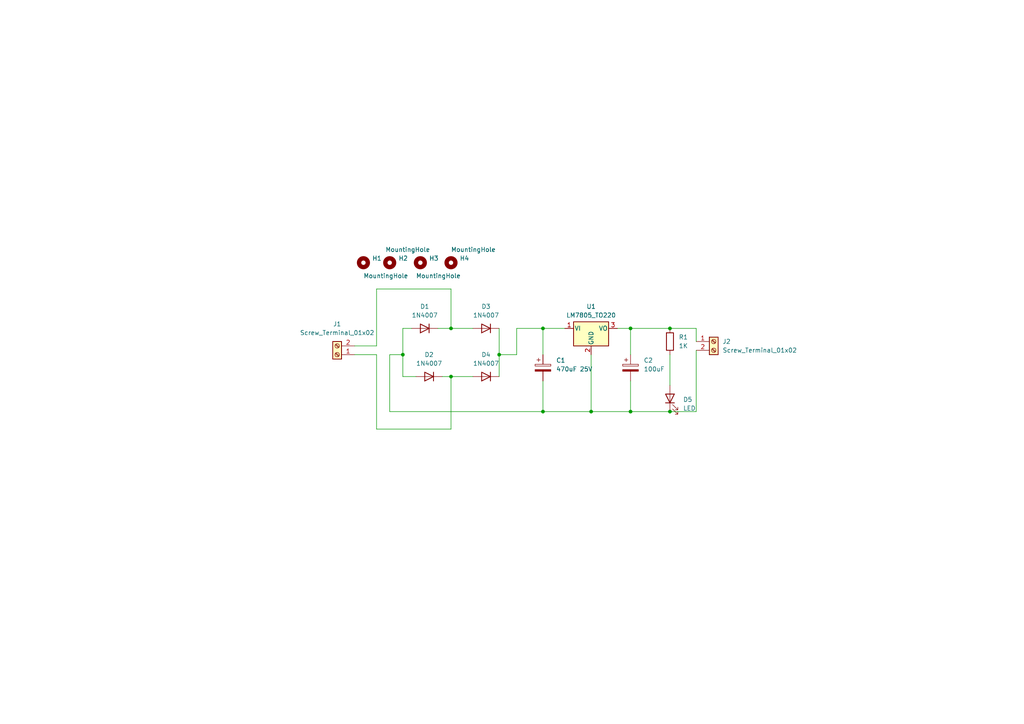
<source format=kicad_sch>
(kicad_sch (version 20230121) (generator eeschema)

  (uuid 98c64817-03f7-4cb1-b9f4-05acfa66ee7e)

  (paper "A4")

  (title_block
    (title "Power supply Module")
    (company "By Karthik Thejendra")
  )

  (lib_symbols
    (symbol "Connector:Screw_Terminal_01x02" (pin_names (offset 1.016) hide) (in_bom yes) (on_board yes)
      (property "Reference" "J" (at 0 2.54 0)
        (effects (font (size 1.27 1.27)))
      )
      (property "Value" "Screw_Terminal_01x02" (at 0 -5.08 0)
        (effects (font (size 1.27 1.27)))
      )
      (property "Footprint" "" (at 0 0 0)
        (effects (font (size 1.27 1.27)) hide)
      )
      (property "Datasheet" "~" (at 0 0 0)
        (effects (font (size 1.27 1.27)) hide)
      )
      (property "ki_keywords" "screw terminal" (at 0 0 0)
        (effects (font (size 1.27 1.27)) hide)
      )
      (property "ki_description" "Generic screw terminal, single row, 01x02, script generated (kicad-library-utils/schlib/autogen/connector/)" (at 0 0 0)
        (effects (font (size 1.27 1.27)) hide)
      )
      (property "ki_fp_filters" "TerminalBlock*:*" (at 0 0 0)
        (effects (font (size 1.27 1.27)) hide)
      )
      (symbol "Screw_Terminal_01x02_1_1"
        (rectangle (start -1.27 1.27) (end 1.27 -3.81)
          (stroke (width 0.254) (type default))
          (fill (type background))
        )
        (circle (center 0 -2.54) (radius 0.635)
          (stroke (width 0.1524) (type default))
          (fill (type none))
        )
        (polyline
          (pts
            (xy -0.5334 -2.2098)
            (xy 0.3302 -3.048)
          )
          (stroke (width 0.1524) (type default))
          (fill (type none))
        )
        (polyline
          (pts
            (xy -0.5334 0.3302)
            (xy 0.3302 -0.508)
          )
          (stroke (width 0.1524) (type default))
          (fill (type none))
        )
        (polyline
          (pts
            (xy -0.3556 -2.032)
            (xy 0.508 -2.8702)
          )
          (stroke (width 0.1524) (type default))
          (fill (type none))
        )
        (polyline
          (pts
            (xy -0.3556 0.508)
            (xy 0.508 -0.3302)
          )
          (stroke (width 0.1524) (type default))
          (fill (type none))
        )
        (circle (center 0 0) (radius 0.635)
          (stroke (width 0.1524) (type default))
          (fill (type none))
        )
        (pin passive line (at -5.08 0 0) (length 3.81)
          (name "Pin_1" (effects (font (size 1.27 1.27))))
          (number "1" (effects (font (size 1.27 1.27))))
        )
        (pin passive line (at -5.08 -2.54 0) (length 3.81)
          (name "Pin_2" (effects (font (size 1.27 1.27))))
          (number "2" (effects (font (size 1.27 1.27))))
        )
      )
    )
    (symbol "Device:C_Polarized" (pin_numbers hide) (pin_names (offset 0.254)) (in_bom yes) (on_board yes)
      (property "Reference" "C" (at 0.635 2.54 0)
        (effects (font (size 1.27 1.27)) (justify left))
      )
      (property "Value" "C_Polarized" (at 0.635 -2.54 0)
        (effects (font (size 1.27 1.27)) (justify left))
      )
      (property "Footprint" "" (at 0.9652 -3.81 0)
        (effects (font (size 1.27 1.27)) hide)
      )
      (property "Datasheet" "~" (at 0 0 0)
        (effects (font (size 1.27 1.27)) hide)
      )
      (property "ki_keywords" "cap capacitor" (at 0 0 0)
        (effects (font (size 1.27 1.27)) hide)
      )
      (property "ki_description" "Polarized capacitor" (at 0 0 0)
        (effects (font (size 1.27 1.27)) hide)
      )
      (property "ki_fp_filters" "CP_*" (at 0 0 0)
        (effects (font (size 1.27 1.27)) hide)
      )
      (symbol "C_Polarized_0_1"
        (rectangle (start -2.286 0.508) (end 2.286 1.016)
          (stroke (width 0) (type default))
          (fill (type none))
        )
        (polyline
          (pts
            (xy -1.778 2.286)
            (xy -0.762 2.286)
          )
          (stroke (width 0) (type default))
          (fill (type none))
        )
        (polyline
          (pts
            (xy -1.27 2.794)
            (xy -1.27 1.778)
          )
          (stroke (width 0) (type default))
          (fill (type none))
        )
        (rectangle (start 2.286 -0.508) (end -2.286 -1.016)
          (stroke (width 0) (type default))
          (fill (type outline))
        )
      )
      (symbol "C_Polarized_1_1"
        (pin passive line (at 0 3.81 270) (length 2.794)
          (name "~" (effects (font (size 1.27 1.27))))
          (number "1" (effects (font (size 1.27 1.27))))
        )
        (pin passive line (at 0 -3.81 90) (length 2.794)
          (name "~" (effects (font (size 1.27 1.27))))
          (number "2" (effects (font (size 1.27 1.27))))
        )
      )
    )
    (symbol "Device:LED" (pin_numbers hide) (pin_names (offset 1.016) hide) (in_bom yes) (on_board yes)
      (property "Reference" "D" (at 0 2.54 0)
        (effects (font (size 1.27 1.27)))
      )
      (property "Value" "LED" (at 0 -2.54 0)
        (effects (font (size 1.27 1.27)))
      )
      (property "Footprint" "" (at 0 0 0)
        (effects (font (size 1.27 1.27)) hide)
      )
      (property "Datasheet" "~" (at 0 0 0)
        (effects (font (size 1.27 1.27)) hide)
      )
      (property "ki_keywords" "LED diode" (at 0 0 0)
        (effects (font (size 1.27 1.27)) hide)
      )
      (property "ki_description" "Light emitting diode" (at 0 0 0)
        (effects (font (size 1.27 1.27)) hide)
      )
      (property "ki_fp_filters" "LED* LED_SMD:* LED_THT:*" (at 0 0 0)
        (effects (font (size 1.27 1.27)) hide)
      )
      (symbol "LED_0_1"
        (polyline
          (pts
            (xy -1.27 -1.27)
            (xy -1.27 1.27)
          )
          (stroke (width 0.254) (type default))
          (fill (type none))
        )
        (polyline
          (pts
            (xy -1.27 0)
            (xy 1.27 0)
          )
          (stroke (width 0) (type default))
          (fill (type none))
        )
        (polyline
          (pts
            (xy 1.27 -1.27)
            (xy 1.27 1.27)
            (xy -1.27 0)
            (xy 1.27 -1.27)
          )
          (stroke (width 0.254) (type default))
          (fill (type none))
        )
        (polyline
          (pts
            (xy -3.048 -0.762)
            (xy -4.572 -2.286)
            (xy -3.81 -2.286)
            (xy -4.572 -2.286)
            (xy -4.572 -1.524)
          )
          (stroke (width 0) (type default))
          (fill (type none))
        )
        (polyline
          (pts
            (xy -1.778 -0.762)
            (xy -3.302 -2.286)
            (xy -2.54 -2.286)
            (xy -3.302 -2.286)
            (xy -3.302 -1.524)
          )
          (stroke (width 0) (type default))
          (fill (type none))
        )
      )
      (symbol "LED_1_1"
        (pin passive line (at -3.81 0 0) (length 2.54)
          (name "K" (effects (font (size 1.27 1.27))))
          (number "1" (effects (font (size 1.27 1.27))))
        )
        (pin passive line (at 3.81 0 180) (length 2.54)
          (name "A" (effects (font (size 1.27 1.27))))
          (number "2" (effects (font (size 1.27 1.27))))
        )
      )
    )
    (symbol "Device:R" (pin_numbers hide) (pin_names (offset 0)) (in_bom yes) (on_board yes)
      (property "Reference" "R" (at 2.032 0 90)
        (effects (font (size 1.27 1.27)))
      )
      (property "Value" "R" (at 0 0 90)
        (effects (font (size 1.27 1.27)))
      )
      (property "Footprint" "" (at -1.778 0 90)
        (effects (font (size 1.27 1.27)) hide)
      )
      (property "Datasheet" "~" (at 0 0 0)
        (effects (font (size 1.27 1.27)) hide)
      )
      (property "ki_keywords" "R res resistor" (at 0 0 0)
        (effects (font (size 1.27 1.27)) hide)
      )
      (property "ki_description" "Resistor" (at 0 0 0)
        (effects (font (size 1.27 1.27)) hide)
      )
      (property "ki_fp_filters" "R_*" (at 0 0 0)
        (effects (font (size 1.27 1.27)) hide)
      )
      (symbol "R_0_1"
        (rectangle (start -1.016 -2.54) (end 1.016 2.54)
          (stroke (width 0.254) (type default))
          (fill (type none))
        )
      )
      (symbol "R_1_1"
        (pin passive line (at 0 3.81 270) (length 1.27)
          (name "~" (effects (font (size 1.27 1.27))))
          (number "1" (effects (font (size 1.27 1.27))))
        )
        (pin passive line (at 0 -3.81 90) (length 1.27)
          (name "~" (effects (font (size 1.27 1.27))))
          (number "2" (effects (font (size 1.27 1.27))))
        )
      )
    )
    (symbol "Diode:1N4007" (pin_numbers hide) (pin_names hide) (in_bom yes) (on_board yes)
      (property "Reference" "D" (at 0 2.54 0)
        (effects (font (size 1.27 1.27)))
      )
      (property "Value" "1N4007" (at 0 -2.54 0)
        (effects (font (size 1.27 1.27)))
      )
      (property "Footprint" "Diode_THT:D_DO-41_SOD81_P10.16mm_Horizontal" (at 0 -4.445 0)
        (effects (font (size 1.27 1.27)) hide)
      )
      (property "Datasheet" "http://www.vishay.com/docs/88503/1n4001.pdf" (at 0 0 0)
        (effects (font (size 1.27 1.27)) hide)
      )
      (property "Sim.Device" "D" (at 0 0 0)
        (effects (font (size 1.27 1.27)) hide)
      )
      (property "Sim.Pins" "1=K 2=A" (at 0 0 0)
        (effects (font (size 1.27 1.27)) hide)
      )
      (property "ki_keywords" "diode" (at 0 0 0)
        (effects (font (size 1.27 1.27)) hide)
      )
      (property "ki_description" "1000V 1A General Purpose Rectifier Diode, DO-41" (at 0 0 0)
        (effects (font (size 1.27 1.27)) hide)
      )
      (property "ki_fp_filters" "D*DO?41*" (at 0 0 0)
        (effects (font (size 1.27 1.27)) hide)
      )
      (symbol "1N4007_0_1"
        (polyline
          (pts
            (xy -1.27 1.27)
            (xy -1.27 -1.27)
          )
          (stroke (width 0.254) (type default))
          (fill (type none))
        )
        (polyline
          (pts
            (xy 1.27 0)
            (xy -1.27 0)
          )
          (stroke (width 0) (type default))
          (fill (type none))
        )
        (polyline
          (pts
            (xy 1.27 1.27)
            (xy 1.27 -1.27)
            (xy -1.27 0)
            (xy 1.27 1.27)
          )
          (stroke (width 0.254) (type default))
          (fill (type none))
        )
      )
      (symbol "1N4007_1_1"
        (pin passive line (at -3.81 0 0) (length 2.54)
          (name "K" (effects (font (size 1.27 1.27))))
          (number "1" (effects (font (size 1.27 1.27))))
        )
        (pin passive line (at 3.81 0 180) (length 2.54)
          (name "A" (effects (font (size 1.27 1.27))))
          (number "2" (effects (font (size 1.27 1.27))))
        )
      )
    )
    (symbol "Mechanical:MountingHole" (pin_names (offset 1.016)) (in_bom yes) (on_board yes)
      (property "Reference" "H" (at 0 5.08 0)
        (effects (font (size 1.27 1.27)))
      )
      (property "Value" "MountingHole" (at 0 3.175 0)
        (effects (font (size 1.27 1.27)))
      )
      (property "Footprint" "" (at 0 0 0)
        (effects (font (size 1.27 1.27)) hide)
      )
      (property "Datasheet" "~" (at 0 0 0)
        (effects (font (size 1.27 1.27)) hide)
      )
      (property "ki_keywords" "mounting hole" (at 0 0 0)
        (effects (font (size 1.27 1.27)) hide)
      )
      (property "ki_description" "Mounting Hole without connection" (at 0 0 0)
        (effects (font (size 1.27 1.27)) hide)
      )
      (property "ki_fp_filters" "MountingHole*" (at 0 0 0)
        (effects (font (size 1.27 1.27)) hide)
      )
      (symbol "MountingHole_0_1"
        (circle (center 0 0) (radius 1.27)
          (stroke (width 1.27) (type default))
          (fill (type none))
        )
      )
    )
    (symbol "Regulator_Linear:LM7805_TO220" (pin_names (offset 0.254)) (in_bom yes) (on_board yes)
      (property "Reference" "U" (at -3.81 3.175 0)
        (effects (font (size 1.27 1.27)))
      )
      (property "Value" "LM7805_TO220" (at 0 3.175 0)
        (effects (font (size 1.27 1.27)) (justify left))
      )
      (property "Footprint" "Package_TO_SOT_THT:TO-220-3_Vertical" (at 0 5.715 0)
        (effects (font (size 1.27 1.27) italic) hide)
      )
      (property "Datasheet" "https://www.onsemi.cn/PowerSolutions/document/MC7800-D.PDF" (at 0 -1.27 0)
        (effects (font (size 1.27 1.27)) hide)
      )
      (property "ki_keywords" "Voltage Regulator 1A Positive" (at 0 0 0)
        (effects (font (size 1.27 1.27)) hide)
      )
      (property "ki_description" "Positive 1A 35V Linear Regulator, Fixed Output 5V, TO-220" (at 0 0 0)
        (effects (font (size 1.27 1.27)) hide)
      )
      (property "ki_fp_filters" "TO?220*" (at 0 0 0)
        (effects (font (size 1.27 1.27)) hide)
      )
      (symbol "LM7805_TO220_0_1"
        (rectangle (start -5.08 1.905) (end 5.08 -5.08)
          (stroke (width 0.254) (type default))
          (fill (type background))
        )
      )
      (symbol "LM7805_TO220_1_1"
        (pin power_in line (at -7.62 0 0) (length 2.54)
          (name "VI" (effects (font (size 1.27 1.27))))
          (number "1" (effects (font (size 1.27 1.27))))
        )
        (pin power_in line (at 0 -7.62 90) (length 2.54)
          (name "GND" (effects (font (size 1.27 1.27))))
          (number "2" (effects (font (size 1.27 1.27))))
        )
        (pin power_out line (at 7.62 0 180) (length 2.54)
          (name "VO" (effects (font (size 1.27 1.27))))
          (number "3" (effects (font (size 1.27 1.27))))
        )
      )
    )
  )

  (junction (at 144.78 102.87) (diameter 0) (color 0 0 0 0)
    (uuid 091da766-7ff0-4107-a884-238380d951a0)
  )
  (junction (at 194.31 119.38) (diameter 0) (color 0 0 0 0)
    (uuid 4ffdd890-ec62-4009-b806-8d36e0d73f5d)
  )
  (junction (at 130.81 95.25) (diameter 0) (color 0 0 0 0)
    (uuid 5a3a6930-fa51-4000-b174-0188f96b8fbb)
  )
  (junction (at 182.88 119.38) (diameter 0) (color 0 0 0 0)
    (uuid 62ab7e2d-b2bf-43c1-bce4-c65280406858)
  )
  (junction (at 157.48 95.25) (diameter 0) (color 0 0 0 0)
    (uuid 7b4b3c87-91b8-422a-a785-4a9a98dc372d)
  )
  (junction (at 116.84 102.87) (diameter 0) (color 0 0 0 0)
    (uuid 7ff93c32-247e-467a-8720-43583c4f7f62)
  )
  (junction (at 130.81 109.22) (diameter 0) (color 0 0 0 0)
    (uuid aba11439-1d68-42b5-961a-a1491da462ab)
  )
  (junction (at 171.45 119.38) (diameter 0) (color 0 0 0 0)
    (uuid c85b9397-8543-462d-91ac-b5592d7ee5ad)
  )
  (junction (at 194.31 95.25) (diameter 0) (color 0 0 0 0)
    (uuid c904ee34-0214-4f1f-b5cc-9d3439d98437)
  )
  (junction (at 182.88 95.25) (diameter 0) (color 0 0 0 0)
    (uuid d1ddd087-bfa9-4316-b043-3d832a7dc8a1)
  )
  (junction (at 157.48 119.38) (diameter 0) (color 0 0 0 0)
    (uuid fa37903d-51e0-4475-a118-408c540088c1)
  )

  (wire (pts (xy 171.45 102.87) (xy 171.45 119.38))
    (stroke (width 0) (type default))
    (uuid 005a9b95-8984-4abf-8ea2-faa5e4b9cd44)
  )
  (wire (pts (xy 109.22 124.46) (xy 130.81 124.46))
    (stroke (width 0) (type default))
    (uuid 03b781f0-355d-4249-9180-124235f8df9d)
  )
  (wire (pts (xy 130.81 109.22) (xy 137.16 109.22))
    (stroke (width 0) (type default))
    (uuid 0d0183de-b183-44b4-9fc4-f560f457cd0d)
  )
  (wire (pts (xy 130.81 83.82) (xy 130.81 95.25))
    (stroke (width 0) (type default))
    (uuid 1ea32eee-5b8a-4b0e-8314-c69c98c45911)
  )
  (wire (pts (xy 182.88 95.25) (xy 179.07 95.25))
    (stroke (width 0) (type default))
    (uuid 1eea57ad-4725-4a8a-b393-92fcfbeada71)
  )
  (wire (pts (xy 109.22 100.33) (xy 109.22 83.82))
    (stroke (width 0) (type default))
    (uuid 20585580-b2af-4951-8b02-bfa64ddeead2)
  )
  (wire (pts (xy 116.84 95.25) (xy 116.84 102.87))
    (stroke (width 0) (type default))
    (uuid 28e21733-4e5f-49ef-9a45-59cdf8a25905)
  )
  (wire (pts (xy 201.93 99.06) (xy 201.93 95.25))
    (stroke (width 0) (type default))
    (uuid 2979d2a1-5616-435e-9145-ccba73c23492)
  )
  (wire (pts (xy 144.78 95.25) (xy 144.78 102.87))
    (stroke (width 0) (type default))
    (uuid 3b343350-b1e9-4a00-b44a-c933f62b0723)
  )
  (wire (pts (xy 109.22 83.82) (xy 130.81 83.82))
    (stroke (width 0) (type default))
    (uuid 44f628a9-1f8b-4203-9069-bc458e756fc0)
  )
  (wire (pts (xy 128.27 109.22) (xy 130.81 109.22))
    (stroke (width 0) (type default))
    (uuid 45a87562-de5e-4288-96e8-7f048fa49a11)
  )
  (wire (pts (xy 130.81 95.25) (xy 137.16 95.25))
    (stroke (width 0) (type default))
    (uuid 4684c824-f8fa-45c4-ac60-a957916e5d4c)
  )
  (wire (pts (xy 116.84 95.25) (xy 119.38 95.25))
    (stroke (width 0) (type default))
    (uuid 533c0f5f-f2fc-40cb-b242-99a744ad580f)
  )
  (wire (pts (xy 144.78 102.87) (xy 144.78 109.22))
    (stroke (width 0) (type default))
    (uuid 58e0db80-340b-41a4-8e6d-d7aca617c359)
  )
  (wire (pts (xy 109.22 102.87) (xy 109.22 124.46))
    (stroke (width 0) (type default))
    (uuid 66222d29-d18f-44a6-a676-d85ab121ac6d)
  )
  (wire (pts (xy 194.31 95.25) (xy 182.88 95.25))
    (stroke (width 0) (type default))
    (uuid 6a630db3-c19e-4371-a692-3ed83bcade96)
  )
  (wire (pts (xy 182.88 119.38) (xy 194.31 119.38))
    (stroke (width 0) (type default))
    (uuid 744f422d-ab2e-499f-a0e8-91db095d584a)
  )
  (wire (pts (xy 113.03 102.87) (xy 116.84 102.87))
    (stroke (width 0) (type default))
    (uuid 80ef3373-8560-467c-af31-a8735de6324e)
  )
  (wire (pts (xy 116.84 102.87) (xy 116.84 109.22))
    (stroke (width 0) (type default))
    (uuid 8c88de1a-1cd9-4aed-9e8f-b039d6907638)
  )
  (wire (pts (xy 182.88 110.49) (xy 182.88 119.38))
    (stroke (width 0) (type default))
    (uuid 8ca8395b-de87-4309-b71b-877996eb3ae8)
  )
  (wire (pts (xy 149.86 102.87) (xy 144.78 102.87))
    (stroke (width 0) (type default))
    (uuid 8f7e6906-3a50-438c-8372-f14a1754cf53)
  )
  (wire (pts (xy 171.45 119.38) (xy 157.48 119.38))
    (stroke (width 0) (type default))
    (uuid 90d44e9f-98cf-44f2-be4b-303c1e064766)
  )
  (wire (pts (xy 157.48 110.49) (xy 157.48 119.38))
    (stroke (width 0) (type default))
    (uuid 92fa6fc5-be09-45bb-95b5-fc6f8184387e)
  )
  (wire (pts (xy 201.93 119.38) (xy 194.31 119.38))
    (stroke (width 0) (type default))
    (uuid 930dacf0-6f00-4e44-87d7-f3c582a4feaa)
  )
  (wire (pts (xy 201.93 95.25) (xy 194.31 95.25))
    (stroke (width 0) (type default))
    (uuid 94c9eeec-98bf-42fb-8ab5-fcd39c80cc3c)
  )
  (wire (pts (xy 171.45 119.38) (xy 182.88 119.38))
    (stroke (width 0) (type default))
    (uuid a09fd707-15b1-491f-832c-b9dce055d615)
  )
  (wire (pts (xy 113.03 119.38) (xy 113.03 102.87))
    (stroke (width 0) (type default))
    (uuid a4d813b9-e141-4885-8d19-1fbb768682f6)
  )
  (wire (pts (xy 127 95.25) (xy 130.81 95.25))
    (stroke (width 0) (type default))
    (uuid a5a2ea55-0d90-4385-a45a-a77792d731c8)
  )
  (wire (pts (xy 102.87 102.87) (xy 109.22 102.87))
    (stroke (width 0) (type default))
    (uuid ae8a5574-369f-49f6-b024-d434c2db9d34)
  )
  (wire (pts (xy 157.48 95.25) (xy 163.83 95.25))
    (stroke (width 0) (type default))
    (uuid bcf6d661-c4a2-4119-bc92-bd3b7d128edb)
  )
  (wire (pts (xy 157.48 119.38) (xy 113.03 119.38))
    (stroke (width 0) (type default))
    (uuid c8ef0f81-35b9-417a-a12b-31588ef3bdb1)
  )
  (wire (pts (xy 102.87 100.33) (xy 109.22 100.33))
    (stroke (width 0) (type default))
    (uuid cf8c0c11-179c-4338-aacc-32e8086c8622)
  )
  (wire (pts (xy 149.86 95.25) (xy 149.86 102.87))
    (stroke (width 0) (type default))
    (uuid d7a56f18-1a35-4d57-8722-163e513396a0)
  )
  (wire (pts (xy 182.88 95.25) (xy 182.88 102.87))
    (stroke (width 0) (type default))
    (uuid dc132414-3427-470c-8b55-4a3f54cc49fc)
  )
  (wire (pts (xy 157.48 95.25) (xy 149.86 95.25))
    (stroke (width 0) (type default))
    (uuid dec52c19-5bca-4501-9521-e223682cdd47)
  )
  (wire (pts (xy 201.93 101.6) (xy 201.93 119.38))
    (stroke (width 0) (type default))
    (uuid e4b990b6-3c19-4102-beda-e45833ec2a62)
  )
  (wire (pts (xy 157.48 102.87) (xy 157.48 95.25))
    (stroke (width 0) (type default))
    (uuid ea7432b5-9801-48c1-92f0-a65bc8435fc7)
  )
  (wire (pts (xy 194.31 102.87) (xy 194.31 111.76))
    (stroke (width 0) (type default))
    (uuid ec92c924-11df-40ce-ba71-3f9dc46f812f)
  )
  (wire (pts (xy 116.84 109.22) (xy 120.65 109.22))
    (stroke (width 0) (type default))
    (uuid f0c30481-cd3b-40bb-a5d5-c808566ebc0b)
  )
  (wire (pts (xy 130.81 124.46) (xy 130.81 109.22))
    (stroke (width 0) (type default))
    (uuid f8b0aa4a-5c6f-47f8-8d1f-bb7f4321a48a)
  )

  (symbol (lib_id "Mechanical:MountingHole") (at 113.03 76.2 0) (unit 1)
    (in_bom yes) (on_board yes) (dnp no)
    (uuid 14ff9968-d067-438f-93cf-2fe7e17fe8fd)
    (property "Reference" "H2" (at 115.57 74.93 0)
      (effects (font (size 1.27 1.27)) (justify left))
    )
    (property "Value" "MountingHole" (at 111.76 72.39 0)
      (effects (font (size 1.27 1.27)) (justify left))
    )
    (property "Footprint" "MountingHole:MountingHole_2.7mm_M2.5_Pad_TopOnly" (at 113.03 76.2 0)
      (effects (font (size 1.27 1.27)) hide)
    )
    (property "Datasheet" "~" (at 113.03 76.2 0)
      (effects (font (size 1.27 1.27)) hide)
    )
    (instances
      (project "Power supply module"
        (path "/98c64817-03f7-4cb1-b9f4-05acfa66ee7e"
          (reference "H2") (unit 1)
        )
      )
    )
  )

  (symbol (lib_id "Diode:1N4007") (at 124.46 109.22 180) (unit 1)
    (in_bom yes) (on_board yes) (dnp no) (fields_autoplaced)
    (uuid 173e3ddd-a95e-4f12-8385-7418539501ef)
    (property "Reference" "D2" (at 124.46 102.87 0)
      (effects (font (size 1.27 1.27)))
    )
    (property "Value" "1N4007" (at 124.46 105.41 0)
      (effects (font (size 1.27 1.27)))
    )
    (property "Footprint" "Diode_THT:D_DO-41_SOD81_P10.16mm_Horizontal" (at 124.46 104.775 0)
      (effects (font (size 1.27 1.27)) hide)
    )
    (property "Datasheet" "http://www.vishay.com/docs/88503/1n4001.pdf" (at 124.46 109.22 0)
      (effects (font (size 1.27 1.27)) hide)
    )
    (property "Sim.Device" "D" (at 124.46 109.22 0)
      (effects (font (size 1.27 1.27)) hide)
    )
    (property "Sim.Pins" "1=K 2=A" (at 124.46 109.22 0)
      (effects (font (size 1.27 1.27)) hide)
    )
    (pin "1" (uuid f1fa6825-385d-4239-9803-9d27c20d3761))
    (pin "2" (uuid 35aba82c-c754-4516-a242-9dd8884617c1))
    (instances
      (project "Power supply module"
        (path "/98c64817-03f7-4cb1-b9f4-05acfa66ee7e"
          (reference "D2") (unit 1)
        )
      )
    )
  )

  (symbol (lib_id "Mechanical:MountingHole") (at 121.92 76.2 0) (unit 1)
    (in_bom yes) (on_board yes) (dnp no)
    (uuid 1f582631-d6a1-4ef3-a209-664084e1dcce)
    (property "Reference" "H3" (at 124.46 74.93 0)
      (effects (font (size 1.27 1.27)) (justify left))
    )
    (property "Value" "MountingHole" (at 120.65 80.01 0)
      (effects (font (size 1.27 1.27)) (justify left))
    )
    (property "Footprint" "MountingHole:MountingHole_2.7mm_M2.5_Pad_TopOnly" (at 121.92 76.2 0)
      (effects (font (size 1.27 1.27)) hide)
    )
    (property "Datasheet" "~" (at 121.92 76.2 0)
      (effects (font (size 1.27 1.27)) hide)
    )
    (instances
      (project "Power supply module"
        (path "/98c64817-03f7-4cb1-b9f4-05acfa66ee7e"
          (reference "H3") (unit 1)
        )
      )
    )
  )

  (symbol (lib_id "Device:LED") (at 194.31 115.57 90) (unit 1)
    (in_bom yes) (on_board yes) (dnp no) (fields_autoplaced)
    (uuid 629b75cd-a3ec-4633-9f26-d36ea8e705e2)
    (property "Reference" "D5" (at 198.12 115.8875 90)
      (effects (font (size 1.27 1.27)) (justify right))
    )
    (property "Value" "LED" (at 198.12 118.4275 90)
      (effects (font (size 1.27 1.27)) (justify right))
    )
    (property "Footprint" "LED_THT:LED_D5.0mm" (at 194.31 115.57 0)
      (effects (font (size 1.27 1.27)) hide)
    )
    (property "Datasheet" "~" (at 194.31 115.57 0)
      (effects (font (size 1.27 1.27)) hide)
    )
    (pin "1" (uuid 6505da53-55bc-4734-8504-c2ed419a09c4))
    (pin "2" (uuid 34c3b5c3-b709-4a21-87ca-b12658b8821a))
    (instances
      (project "Power supply module"
        (path "/98c64817-03f7-4cb1-b9f4-05acfa66ee7e"
          (reference "D5") (unit 1)
        )
      )
    )
  )

  (symbol (lib_id "Connector:Screw_Terminal_01x02") (at 97.79 102.87 180) (unit 1)
    (in_bom yes) (on_board yes) (dnp no) (fields_autoplaced)
    (uuid 62d94bcd-7ae2-4d6a-95df-a955c22183a8)
    (property "Reference" "J1" (at 97.79 93.98 0)
      (effects (font (size 1.27 1.27)))
    )
    (property "Value" "Screw_Terminal_01x02" (at 97.79 96.52 0)
      (effects (font (size 1.27 1.27)))
    )
    (property "Footprint" "TerminalBlock:TerminalBlock_bornier-2_P5.08mm" (at 97.79 102.87 0)
      (effects (font (size 1.27 1.27)) hide)
    )
    (property "Datasheet" "~" (at 97.79 102.87 0)
      (effects (font (size 1.27 1.27)) hide)
    )
    (pin "1" (uuid 56f62269-0e9d-42cd-90a1-ef6b51d90237))
    (pin "2" (uuid dc411f0f-13ec-4f6f-9371-e15c3abcc031))
    (instances
      (project "Power supply module"
        (path "/98c64817-03f7-4cb1-b9f4-05acfa66ee7e"
          (reference "J1") (unit 1)
        )
      )
    )
  )

  (symbol (lib_id "Device:C_Polarized") (at 157.48 106.68 0) (unit 1)
    (in_bom yes) (on_board yes) (dnp no) (fields_autoplaced)
    (uuid 67f0bee8-77f3-403b-9bb3-00c7201fb666)
    (property "Reference" "C1" (at 161.29 104.521 0)
      (effects (font (size 1.27 1.27)) (justify left))
    )
    (property "Value" "470uF 25V" (at 161.29 107.061 0)
      (effects (font (size 1.27 1.27)) (justify left))
    )
    (property "Footprint" "Capacitor_THT:CP_Radial_D8.0mm_P3.50mm" (at 158.4452 110.49 0)
      (effects (font (size 1.27 1.27)) hide)
    )
    (property "Datasheet" "~" (at 157.48 106.68 0)
      (effects (font (size 1.27 1.27)) hide)
    )
    (pin "1" (uuid 9a71bf63-dddc-42e6-95d7-cac558086be7))
    (pin "2" (uuid 7d532709-f69b-4543-be6f-0a27d979e806))
    (instances
      (project "Power supply module"
        (path "/98c64817-03f7-4cb1-b9f4-05acfa66ee7e"
          (reference "C1") (unit 1)
        )
      )
    )
  )

  (symbol (lib_id "Regulator_Linear:LM7805_TO220") (at 171.45 95.25 0) (unit 1)
    (in_bom yes) (on_board yes) (dnp no) (fields_autoplaced)
    (uuid 6c921ea2-d38c-4e01-8857-12b9e002452a)
    (property "Reference" "U1" (at 171.45 88.9 0)
      (effects (font (size 1.27 1.27)))
    )
    (property "Value" "LM7805_TO220" (at 171.45 91.44 0)
      (effects (font (size 1.27 1.27)))
    )
    (property "Footprint" "Package_TO_SOT_THT:TO-220-3_Vertical" (at 171.45 89.535 0)
      (effects (font (size 1.27 1.27) italic) hide)
    )
    (property "Datasheet" "https://www.onsemi.cn/PowerSolutions/document/MC7800-D.PDF" (at 171.45 96.52 0)
      (effects (font (size 1.27 1.27)) hide)
    )
    (pin "1" (uuid e4098e58-c1c9-4188-a66f-119205eac49c))
    (pin "2" (uuid 3391a607-4516-4ab7-a20f-58c4c7740baa))
    (pin "3" (uuid 5fed9145-2d2d-42ad-a385-79d9dd54c586))
    (instances
      (project "Power supply module"
        (path "/98c64817-03f7-4cb1-b9f4-05acfa66ee7e"
          (reference "U1") (unit 1)
        )
      )
    )
  )

  (symbol (lib_id "Mechanical:MountingHole") (at 130.81 76.2 0) (unit 1)
    (in_bom yes) (on_board yes) (dnp no)
    (uuid a69c876a-eb0c-4fe2-bd4d-e6c5865a5cb1)
    (property "Reference" "H4" (at 133.35 74.93 0)
      (effects (font (size 1.27 1.27)) (justify left))
    )
    (property "Value" "MountingHole" (at 130.81 72.39 0)
      (effects (font (size 1.27 1.27)) (justify left))
    )
    (property "Footprint" "MountingHole:MountingHole_2.7mm_M2.5_Pad_TopOnly" (at 130.81 76.2 0)
      (effects (font (size 1.27 1.27)) hide)
    )
    (property "Datasheet" "~" (at 130.81 76.2 0)
      (effects (font (size 1.27 1.27)) hide)
    )
    (instances
      (project "Power supply module"
        (path "/98c64817-03f7-4cb1-b9f4-05acfa66ee7e"
          (reference "H4") (unit 1)
        )
      )
    )
  )

  (symbol (lib_id "Device:R") (at 194.31 99.06 0) (unit 1)
    (in_bom yes) (on_board yes) (dnp no) (fields_autoplaced)
    (uuid b0349bb6-877d-47c2-bf2d-d47dfc95f5ce)
    (property "Reference" "R1" (at 196.85 97.79 0)
      (effects (font (size 1.27 1.27)) (justify left))
    )
    (property "Value" "1K" (at 196.85 100.33 0)
      (effects (font (size 1.27 1.27)) (justify left))
    )
    (property "Footprint" "Resistor_THT:R_Axial_DIN0204_L3.6mm_D1.6mm_P7.62mm_Horizontal" (at 192.532 99.06 90)
      (effects (font (size 1.27 1.27)) hide)
    )
    (property "Datasheet" "~" (at 194.31 99.06 0)
      (effects (font (size 1.27 1.27)) hide)
    )
    (pin "1" (uuid 3011b9b8-b6e4-42e7-aa7a-ce5179ed3bb5))
    (pin "2" (uuid fb23ed97-9cd3-41cb-9c46-c422321db79a))
    (instances
      (project "Power supply module"
        (path "/98c64817-03f7-4cb1-b9f4-05acfa66ee7e"
          (reference "R1") (unit 1)
        )
      )
    )
  )

  (symbol (lib_id "Diode:1N4007") (at 140.97 109.22 180) (unit 1)
    (in_bom yes) (on_board yes) (dnp no) (fields_autoplaced)
    (uuid b0aed67b-d3ab-40b8-8abb-39040f89de99)
    (property "Reference" "D4" (at 140.97 102.87 0)
      (effects (font (size 1.27 1.27)))
    )
    (property "Value" "1N4007" (at 140.97 105.41 0)
      (effects (font (size 1.27 1.27)))
    )
    (property "Footprint" "Diode_THT:D_DO-41_SOD81_P10.16mm_Horizontal" (at 140.97 104.775 0)
      (effects (font (size 1.27 1.27)) hide)
    )
    (property "Datasheet" "http://www.vishay.com/docs/88503/1n4001.pdf" (at 140.97 109.22 0)
      (effects (font (size 1.27 1.27)) hide)
    )
    (property "Sim.Device" "D" (at 140.97 109.22 0)
      (effects (font (size 1.27 1.27)) hide)
    )
    (property "Sim.Pins" "1=K 2=A" (at 140.97 109.22 0)
      (effects (font (size 1.27 1.27)) hide)
    )
    (pin "1" (uuid d427258b-3fe1-4009-a084-dc129d7a08ee))
    (pin "2" (uuid f9afbc6d-1d75-4cd5-9db8-2495643f2c18))
    (instances
      (project "Power supply module"
        (path "/98c64817-03f7-4cb1-b9f4-05acfa66ee7e"
          (reference "D4") (unit 1)
        )
      )
    )
  )

  (symbol (lib_id "Mechanical:MountingHole") (at 105.41 76.2 0) (unit 1)
    (in_bom yes) (on_board yes) (dnp no)
    (uuid e5d3b6d5-d7fe-49ea-968e-6e3467835958)
    (property "Reference" "H1" (at 107.95 74.93 0)
      (effects (font (size 1.27 1.27)) (justify left))
    )
    (property "Value" "MountingHole" (at 105.41 80.01 0)
      (effects (font (size 1.27 1.27)) (justify left))
    )
    (property "Footprint" "MountingHole:MountingHole_2.7mm_M2.5_Pad_TopOnly" (at 105.41 76.2 0)
      (effects (font (size 1.27 1.27)) hide)
    )
    (property "Datasheet" "~" (at 105.41 76.2 0)
      (effects (font (size 1.27 1.27)) hide)
    )
    (instances
      (project "Power supply module"
        (path "/98c64817-03f7-4cb1-b9f4-05acfa66ee7e"
          (reference "H1") (unit 1)
        )
      )
    )
  )

  (symbol (lib_id "Connector:Screw_Terminal_01x02") (at 207.01 99.06 0) (unit 1)
    (in_bom yes) (on_board yes) (dnp no) (fields_autoplaced)
    (uuid e93871d6-cc2e-44e7-a332-45d6520c3c4a)
    (property "Reference" "J2" (at 209.55 99.06 0)
      (effects (font (size 1.27 1.27)) (justify left))
    )
    (property "Value" "Screw_Terminal_01x02" (at 209.55 101.6 0)
      (effects (font (size 1.27 1.27)) (justify left))
    )
    (property "Footprint" "TerminalBlock:TerminalBlock_bornier-2_P5.08mm" (at 207.01 99.06 0)
      (effects (font (size 1.27 1.27)) hide)
    )
    (property "Datasheet" "~" (at 207.01 99.06 0)
      (effects (font (size 1.27 1.27)) hide)
    )
    (pin "1" (uuid 832a5132-bd49-4a56-83ef-286195b3e552))
    (pin "2" (uuid 3102ee62-1b0c-41ea-a0da-275bc5edd03a))
    (instances
      (project "Power supply module"
        (path "/98c64817-03f7-4cb1-b9f4-05acfa66ee7e"
          (reference "J2") (unit 1)
        )
      )
    )
  )

  (symbol (lib_id "Device:C_Polarized") (at 182.88 106.68 0) (unit 1)
    (in_bom yes) (on_board yes) (dnp no) (fields_autoplaced)
    (uuid eb318479-b39f-4b1a-9800-a70f91f00061)
    (property "Reference" "C2" (at 186.69 104.521 0)
      (effects (font (size 1.27 1.27)) (justify left))
    )
    (property "Value" "100uF" (at 186.69 107.061 0)
      (effects (font (size 1.27 1.27)) (justify left))
    )
    (property "Footprint" "Capacitor_THT:CP_Radial_D7.5mm_P2.50mm" (at 183.8452 110.49 0)
      (effects (font (size 1.27 1.27)) hide)
    )
    (property "Datasheet" "~" (at 182.88 106.68 0)
      (effects (font (size 1.27 1.27)) hide)
    )
    (pin "1" (uuid fbb53171-12ba-41f4-b405-0966d3bd55b8))
    (pin "2" (uuid f0118032-9357-4ed9-8a0c-2b44c1bb124b))
    (instances
      (project "Power supply module"
        (path "/98c64817-03f7-4cb1-b9f4-05acfa66ee7e"
          (reference "C2") (unit 1)
        )
      )
    )
  )

  (symbol (lib_id "Diode:1N4007") (at 123.19 95.25 180) (unit 1)
    (in_bom yes) (on_board yes) (dnp no) (fields_autoplaced)
    (uuid ffbad618-f84f-42c7-a734-a23e0c0cbfb2)
    (property "Reference" "D1" (at 123.19 88.9 0)
      (effects (font (size 1.27 1.27)))
    )
    (property "Value" "1N4007" (at 123.19 91.44 0)
      (effects (font (size 1.27 1.27)))
    )
    (property "Footprint" "Diode_THT:D_DO-41_SOD81_P10.16mm_Horizontal" (at 123.19 90.805 0)
      (effects (font (size 1.27 1.27)) hide)
    )
    (property "Datasheet" "http://www.vishay.com/docs/88503/1n4001.pdf" (at 123.19 95.25 0)
      (effects (font (size 1.27 1.27)) hide)
    )
    (property "Sim.Device" "D" (at 123.19 95.25 0)
      (effects (font (size 1.27 1.27)) hide)
    )
    (property "Sim.Pins" "1=K 2=A" (at 123.19 95.25 0)
      (effects (font (size 1.27 1.27)) hide)
    )
    (pin "1" (uuid 65d9c49e-dd0b-4eca-b29d-49c07e9012d8))
    (pin "2" (uuid 59d54461-dda2-4c1c-82ba-15cd23a34a9d))
    (instances
      (project "Power supply module"
        (path "/98c64817-03f7-4cb1-b9f4-05acfa66ee7e"
          (reference "D1") (unit 1)
        )
      )
    )
  )

  (symbol (lib_id "Diode:1N4007") (at 140.97 95.25 180) (unit 1)
    (in_bom yes) (on_board yes) (dnp no) (fields_autoplaced)
    (uuid ffbdfaf3-b9c5-4b57-ba8b-13ef7179db02)
    (property "Reference" "D3" (at 140.97 88.9 0)
      (effects (font (size 1.27 1.27)))
    )
    (property "Value" "1N4007" (at 140.97 91.44 0)
      (effects (font (size 1.27 1.27)))
    )
    (property "Footprint" "Diode_THT:D_DO-41_SOD81_P10.16mm_Horizontal" (at 140.97 90.805 0)
      (effects (font (size 1.27 1.27)) hide)
    )
    (property "Datasheet" "http://www.vishay.com/docs/88503/1n4001.pdf" (at 140.97 95.25 0)
      (effects (font (size 1.27 1.27)) hide)
    )
    (property "Sim.Device" "D" (at 140.97 95.25 0)
      (effects (font (size 1.27 1.27)) hide)
    )
    (property "Sim.Pins" "1=K 2=A" (at 140.97 95.25 0)
      (effects (font (size 1.27 1.27)) hide)
    )
    (pin "1" (uuid 757356d1-d8a7-4de1-acfc-f739d26db73c))
    (pin "2" (uuid 79a81e7f-f5fb-4c45-9f1a-26314a151897))
    (instances
      (project "Power supply module"
        (path "/98c64817-03f7-4cb1-b9f4-05acfa66ee7e"
          (reference "D3") (unit 1)
        )
      )
    )
  )

  (sheet_instances
    (path "/" (page "1"))
  )
)

</source>
